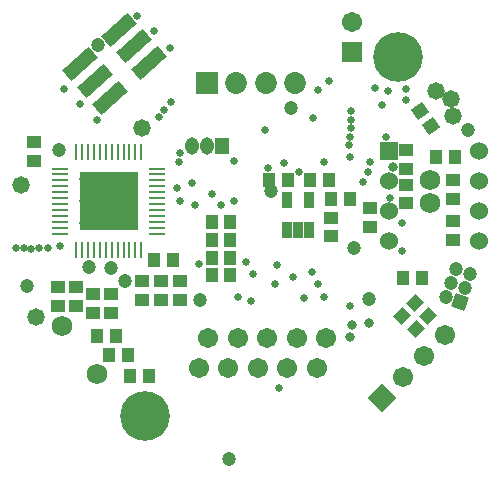
<source format=gbs>
G04*
G04 #@! TF.GenerationSoftware,Altium Limited,Altium Designer,20.0.7 (75)*
G04*
G04 Layer_Color=16711935*
%FSLAX44Y44*%
%MOMM*%
G71*
G01*
G75*
%ADD26R,1.1684X1.0668*%
%ADD27R,1.0668X1.1684*%
%ADD33R,1.2032X1.4732*%
%ADD34O,1.2032X1.4732*%
%ADD35C,1.7032*%
%ADD36R,1.7032X1.7032*%
%ADD37C,1.7272*%
%ADD38R,1.8532X1.8532*%
%ADD39C,1.8532*%
%ADD40P,1.7016X4X385.0*%
%ADD41C,1.2032*%
%ADD42R,1.5240X1.5240*%
%ADD43C,1.5240*%
%ADD44C,4.2032*%
%ADD45P,2.4087X4X90.0*%
%ADD46C,1.4732*%
%ADD47C,0.6532*%
%ADD48C,0.8032*%
%ADD88R,1.4732X0.2286*%
%ADD89R,0.2286X1.4732*%
%ADD90R,5.0038X5.0038*%
G04:AMPARAMS|DCode=93|XSize=3.0032mm|YSize=1.2032mm|CornerRadius=0mm|HoleSize=0mm|Usage=FLASHONLY|Rotation=42.000|XOffset=0mm|YOffset=0mm|HoleType=Round|Shape=Rectangle|*
%AMROTATEDRECTD93*
4,1,4,-0.7134,-1.4518,-1.5185,-0.5577,0.7134,1.4518,1.5185,0.5577,-0.7134,-1.4518,0.0*
%
%ADD93ROTATEDRECTD93*%

G04:AMPARAMS|DCode=94|XSize=1.0668mm|YSize=1.1684mm|CornerRadius=0mm|HoleSize=0mm|Usage=FLASHONLY|Rotation=135.000|XOffset=0mm|YOffset=0mm|HoleType=Round|Shape=Rectangle|*
%AMROTATEDRECTD94*
4,1,4,0.7903,0.0359,-0.0359,-0.7903,-0.7903,-0.0359,0.0359,0.7903,0.7903,0.0359,0.0*
%
%ADD94ROTATEDRECTD94*%

G04:AMPARAMS|DCode=95|XSize=1.0668mm|YSize=1.1684mm|CornerRadius=0mm|HoleSize=0mm|Usage=FLASHONLY|Rotation=125.000|XOffset=0mm|YOffset=0mm|HoleType=Round|Shape=Rectangle|*
%AMROTATEDRECTD95*
4,1,4,0.7845,-0.1018,-0.1726,-0.7720,-0.7845,0.1018,0.1726,0.7720,0.7845,-0.1018,0.0*
%
%ADD95ROTATEDRECTD95*%

%ADD96R,0.8532X1.4532*%
D26*
X99000Y14001D02*
D03*
Y-2001D02*
D03*
X130000Y46999D02*
D03*
Y63001D02*
D03*
Y17999D02*
D03*
Y34001D02*
D03*
X-185000Y70001D02*
D03*
Y53999D02*
D03*
X-135000Y-58999D02*
D03*
Y-75001D02*
D03*
X66000Y-10001D02*
D03*
Y6001D02*
D03*
X169000Y3001D02*
D03*
Y-13001D02*
D03*
X169000Y21999D02*
D03*
Y38001D02*
D03*
X-78000Y-47999D02*
D03*
Y-64001D02*
D03*
X-165100Y-52699D02*
D03*
Y-68701D02*
D03*
X-149600Y-52699D02*
D03*
Y-68701D02*
D03*
X-120000Y-58999D02*
D03*
Y-75001D02*
D03*
X-94000Y-64001D02*
D03*
Y-47999D02*
D03*
X-62000Y-47999D02*
D03*
Y-64001D02*
D03*
D27*
X126999Y-45000D02*
D03*
X143001Y-45000D02*
D03*
X-35000Y2000D02*
D03*
X-18998D02*
D03*
X-115999Y-94000D02*
D03*
X-132001D02*
D03*
X-106099Y-110700D02*
D03*
X-122101D02*
D03*
X-87999Y-128000D02*
D03*
X-104001D02*
D03*
X-35000Y-13000D02*
D03*
X-18998D02*
D03*
X-18999Y-43000D02*
D03*
X-35001D02*
D03*
X-67999Y-30000D02*
D03*
X-84001D02*
D03*
X-18998Y-28000D02*
D03*
X-35000D02*
D03*
X171001Y57000D02*
D03*
X154999D02*
D03*
X64000Y38000D02*
D03*
X47998D02*
D03*
X65999Y22000D02*
D03*
X82001D02*
D03*
X30001Y38000D02*
D03*
X13999D02*
D03*
D33*
X-26600Y66300D02*
D03*
D34*
X-39300D02*
D03*
X-52000D02*
D03*
D35*
X84000Y172000D02*
D03*
X54000Y-121000D02*
D03*
X29000D02*
D03*
X4000D02*
D03*
X-21000D02*
D03*
X-46000D02*
D03*
X162882Y-93118D02*
D03*
X144921Y-111079D02*
D03*
X126960Y-129039D02*
D03*
X62000Y-96000D02*
D03*
X37000D02*
D03*
X12000D02*
D03*
X-13000D02*
D03*
X-38000D02*
D03*
D36*
X84000Y146600D02*
D03*
D37*
X150000Y38000D02*
D03*
Y18000D02*
D03*
X-161489Y-85849D02*
D03*
X-132100Y-126300D02*
D03*
D38*
X-39000Y120000D02*
D03*
D39*
X-14000D02*
D03*
X11000D02*
D03*
X36000D02*
D03*
D40*
X175313Y-65868D02*
D03*
D41*
X163379Y-61525D02*
D03*
X179656Y-53934D02*
D03*
X184000Y-42000D02*
D03*
X172066Y-37656D02*
D03*
X167722Y-49591D02*
D03*
X98148Y-63099D02*
D03*
X-191600Y-51700D02*
D03*
X-121700Y38500D02*
D03*
X-122200Y1200D02*
D03*
X-122100Y19800D02*
D03*
X-131000Y152000D02*
D03*
X182000Y80000D02*
D03*
X-103000Y39000D02*
D03*
X-141000D02*
D03*
Y20000D02*
D03*
X-103000D02*
D03*
Y1000D02*
D03*
X-141000D02*
D03*
X-119850Y-37000D02*
D03*
X-108000Y-48000D02*
D03*
X-139000Y-36000D02*
D03*
X-45000Y-64000D02*
D03*
X-20000Y-198000D02*
D03*
X32000Y99000D02*
D03*
X86000Y-20000D02*
D03*
X-164000Y63000D02*
D03*
X15500Y28164D02*
D03*
D42*
X114800Y62200D02*
D03*
D43*
Y36800D02*
D03*
Y11400D02*
D03*
Y-14000D02*
D03*
X191000D02*
D03*
Y11400D02*
D03*
Y36800D02*
D03*
Y62200D02*
D03*
D44*
X-91700Y-162200D02*
D03*
X123000Y141700D02*
D03*
D45*
X109000Y-147000D02*
D03*
D46*
X155000Y113000D02*
D03*
X168018Y106612D02*
D03*
X169569Y92193D02*
D03*
X-93620Y81870D02*
D03*
X-184000Y-78000D02*
D03*
X-196000Y34000D02*
D03*
D47*
X-79200Y90900D02*
D03*
X-75100Y97300D02*
D03*
X-69400Y103600D02*
D03*
X-163300Y-18100D02*
D03*
X-180900Y-20000D02*
D03*
X-173200Y-19578D02*
D03*
X-200800Y-19900D02*
D03*
X-194000Y-20100D02*
D03*
X-187500Y-20300D02*
D03*
X109400Y101400D02*
D03*
X129500Y105600D02*
D03*
X103000Y115300D02*
D03*
X114600Y113400D02*
D03*
X97700Y44300D02*
D03*
X93100Y35900D02*
D03*
X99000Y53000D02*
D03*
X-64000Y31000D02*
D03*
X-63000Y53000D02*
D03*
X-62000Y61000D02*
D03*
X81750Y67500D02*
D03*
X60000Y53000D02*
D03*
X82000Y74000D02*
D03*
X83000Y82000D02*
D03*
X83000Y89000D02*
D03*
X83000Y96000D02*
D03*
X82000Y57000D02*
D03*
X116000Y23000D02*
D03*
X126000Y1000D02*
D03*
X112725Y74000D02*
D03*
X130000Y115000D02*
D03*
X126000Y-22000D02*
D03*
X55000Y114000D02*
D03*
X-52000Y35000D02*
D03*
X10000Y80000D02*
D03*
X-46000Y-33000D02*
D03*
X22000Y-138000D02*
D03*
X43000Y-62000D02*
D03*
X82000Y-69000D02*
D03*
X55000Y-50000D02*
D03*
X50000Y-40000D02*
D03*
X26000Y52000D02*
D03*
X39000Y45000D02*
D03*
X-16000Y54000D02*
D03*
X13000Y48000D02*
D03*
X-35000Y26000D02*
D03*
X-13000Y-61000D02*
D03*
X-6000Y-32000D02*
D03*
X0Y-42000D02*
D03*
X-2000Y-65000D02*
D03*
X-16000Y20000D02*
D03*
X-27000Y17000D02*
D03*
X-49000D02*
D03*
X-62000Y20000D02*
D03*
X60000Y-61000D02*
D03*
X51000Y90000D02*
D03*
X19000Y-50336D02*
D03*
X34000Y-44000D02*
D03*
X20000Y-34000D02*
D03*
X-132130Y89000D02*
D03*
X-146000Y102000D02*
D03*
X-160000Y114870D02*
D03*
X-98000Y177000D02*
D03*
X-84000Y164000D02*
D03*
X-70000Y150000D02*
D03*
X64000Y122000D02*
D03*
D48*
X119000Y48500D02*
D03*
X98000Y-83000D02*
D03*
X84000Y-85000D02*
D03*
X82000Y-95000D02*
D03*
D88*
X-163148Y-7500D02*
D03*
Y-2500D02*
D03*
Y2500D02*
D03*
Y7500D02*
D03*
Y12500D02*
D03*
Y17500D02*
D03*
Y22500D02*
D03*
Y27500D02*
D03*
Y32500D02*
D03*
Y37500D02*
D03*
Y42500D02*
D03*
Y47500D02*
D03*
X-80852D02*
D03*
Y42500D02*
D03*
Y37500D02*
D03*
Y32500D02*
D03*
Y27500D02*
D03*
Y22500D02*
D03*
Y17500D02*
D03*
Y12500D02*
D03*
Y7500D02*
D03*
Y2500D02*
D03*
Y-2500D02*
D03*
Y-7500D02*
D03*
D89*
X-149500Y61148D02*
D03*
X-144500D02*
D03*
X-139500D02*
D03*
X-134500D02*
D03*
X-129500D02*
D03*
X-124500D02*
D03*
X-119500D02*
D03*
X-114500D02*
D03*
X-109500D02*
D03*
X-104500D02*
D03*
X-99500D02*
D03*
X-94500D02*
D03*
Y-21148D02*
D03*
X-99500D02*
D03*
X-104500D02*
D03*
X-109500D02*
D03*
X-114500D02*
D03*
X-119500D02*
D03*
X-124500D02*
D03*
X-129500D02*
D03*
X-134500D02*
D03*
X-139500D02*
D03*
X-144500D02*
D03*
X-149500D02*
D03*
D90*
X-122000Y20000D02*
D03*
D93*
X-113800Y165236D02*
D03*
X-146498Y135794D02*
D03*
X-101087Y151116D02*
D03*
X-133785Y121674D02*
D03*
X-88373Y136996D02*
D03*
X-121072Y107554D02*
D03*
D94*
X137658Y-88658D02*
D03*
X126343Y-77342D02*
D03*
X137343Y-66342D02*
D03*
X148657Y-77658D02*
D03*
D95*
X141411Y96554D02*
D03*
X150589Y83446D02*
D03*
D96*
X47400Y-4500D02*
D03*
X38000D02*
D03*
X28600D02*
D03*
Y20500D02*
D03*
X47400D02*
D03*
M02*

</source>
